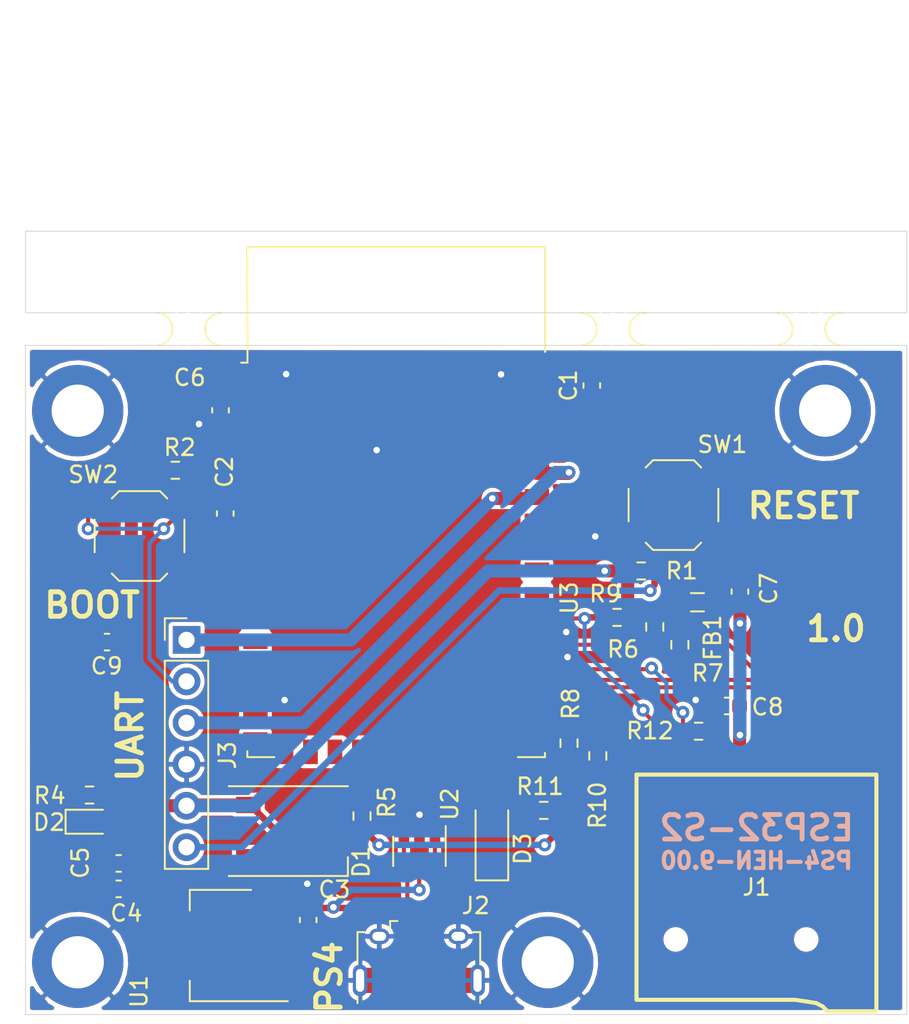
<source format=kicad_pcb>
(kicad_pcb (version 20171130) (host pcbnew "(5.1.10)-1")
  (layers (0 F.Cu signal) (31 B.Cu signal) (34 B.Paste user) (35 F.Paste user) (36 B.SilkS user) (37 F.SilkS user) (38 B.Mask user) (39 F.Mask user) (44 Edge.Cuts user))
  (net 0 "")
  (net 1 GND)
  (net 2 +3V3)
  (net 3 +5V)
  (net 4 /TXD)
  (net 5 /RXD)
  (net 6 /ESP_EN)
  (net 7 /BUT)
  (net 8 "Net-(D2-Pad1)")
  (net 9 /USB_ID_C)
  (net 10 /USB_ID)
  (net 11 /SD_DAT1)
  (net 12 /SD_DAT0)
  (net 13 /SD_CLK)
  (net 14 /SD_CMD)
  (net 15 /SD_DAT3)
  (net 16 /SD_DAT2)
  (net 17 /USB_D-)
  (net 18 /USB_D+)
  (net 19 /GPIO18)
  (net 20 /SD_CLK_R)
  (net 21 Vdrive)
  (module esp32-usb:GCT-MEM2055-00-190-01-A (layer F.Cu) (at 144.79 131.95 180)
    (fp_text reference J1 (at 0 -0.25 180) (layer F.SilkS))
    (fp_text value Micro_SD_Card_Det)
    (pad 8 smd rect (at 5.45 7.05 180) (size 0.7 1.6) (layers F.Cu F.Paste F.Mask) (net 11 /SD_DAT1))
    (pad 7 smd rect (at 4.35 7.05 180) (size 0.7 1.6) (layers F.Cu F.Paste F.Mask) (net 12 /SD_DAT0))
    (pad 6 smd rect (at 3.25 7.05 180) (size 0.7 1.6) (layers F.Cu F.Paste F.Mask) (net 1 GND))
    (pad 5 smd rect (at 2.15 7.05 180) (size 0.7 1.6) (layers F.Cu F.Paste F.Mask) (net 20 /SD_CLK_R))
    (pad 4 smd rect (at 1.05 7.05 180) (size 0.7 1.6) (layers F.Cu F.Paste F.Mask) (net 21 Vdrive))
    (pad 3 smd rect (at -0.05 7.05 180) (size 0.7 1.6) (layers F.Cu F.Paste F.Mask) (net 14 /SD_CMD))
    (pad 2 smd rect (at -1.15 7.05 180) (size 0.7 1.6) (layers F.Cu F.Paste F.Mask) (net 15 /SD_DAT3))
    (pad 1 smd rect (at -2.25 7.05 180) (size 0.7 1.6) (layers F.Cu F.Paste F.Mask) (net 16 /SD_DAT2))
    (pad 10 smd rect (at 7.75 6.45 180) (size 1.2 1.4) (layers F.Cu F.Paste F.Mask))
    (pad 11 smd rect (at -6.85 6.45 180) (size 1.6 1.4) (layers F.Cu F.Paste F.Mask) (net 1 GND))
    (pad 11 smd rect (at -7.75 -3.15) (size 1.2 2.2) (layers F.Cu F.Paste F.Mask) (net 1 GND))
    (pad 11 smd rect (at 7.75 -3.05) (size 1.2 2.2) (layers F.Cu F.Paste F.Mask) (net 1 GND))
    (pad 9 smd rect (at 6.55 7.05 180) (size 0.7 1.6) (layers F.Cu F.Paste F.Mask))
    (pad "" np_thru_hole circle (at 4.95 -3.45) (size 1 1) (drill 1) (layers *.Cu *.Mask F.SilkS))
    (pad "" np_thru_hole circle (at -3.05 -3.45) (size 1 1) (drill 1) (layers *.Cu *.Mask F.SilkS))
  )
  (module esp32-usb:ESP32-S2-WROVER (layer F.Cu) (at 122.71 109)
    (fp_text reference U3 (at 10.61244 5.47678 270) (layer F.SilkS))
    (fp_text value ESP32-S2-WROVER)
    (pad 1 smd rect (at -8.625 -8.345) (size 1.5 0.9) (layers F.Cu F.Paste F.Mask) (net 1 GND))
    (pad 15 smd rect (at -8.625 12.655 180) (size 1.5 0.9) (layers F.Cu F.Paste F.Mask))
    (pad 16 smd rect (at -8.625 14.155 180) (size 1.5 0.9) (layers F.Cu F.Paste F.Mask))
    (pad 17 smd rect (at -6.75 14.905) (size 0.9 1.5) (layers F.Cu F.Paste F.Mask))
    (pad 18 smd rect (at -5.25 14.905) (size 0.9 1.5) (layers F.Cu F.Paste F.Mask))
    (pad 19 smd rect (at -3.75 14.905) (size 0.9 1.5) (layers F.Cu F.Paste F.Mask))
    (pad 20 smd rect (at -2.25 14.905) (size 0.9 1.5) (layers F.Cu F.Paste F.Mask))
    (pad 21 smd rect (at -0.75 14.905) (size 0.9 1.5) (layers F.Cu F.Paste F.Mask) (net 19 /GPIO18))
    (pad 22 smd rect (at 0.75 14.905) (size 0.9 1.5) (layers F.Cu F.Paste F.Mask) (net 17 /USB_D-))
    (pad 23 smd rect (at 2.25 14.905) (size 0.9 1.5) (layers F.Cu F.Paste F.Mask) (net 18 /USB_D+))
    (pad 24 smd rect (at 3.75 14.905) (size 0.9 1.5) (layers F.Cu F.Paste F.Mask) (net 10 /USB_ID))
    (pad 2 smd rect (at -8.625 -6.845) (size 1.5 0.9) (layers F.Cu F.Paste F.Mask) (net 2 +3V3))
    (pad 3 smd rect (at -8.625 -5.345) (size 1.5 0.9) (layers F.Cu F.Paste F.Mask) (net 7 /BUT))
    (pad 4 smd rect (at -8.625 -3.845) (size 1.5 0.9) (layers F.Cu F.Paste F.Mask))
    (pad 5 smd rect (at -8.625 -2.345) (size 1.5 0.9) (layers F.Cu F.Paste F.Mask))
    (pad 6 smd rect (at -8.625 -0.845) (size 1.5 0.9) (layers F.Cu F.Paste F.Mask))
    (pad 7 smd rect (at -8.625 0.655) (size 1.5 0.9) (layers F.Cu F.Paste F.Mask))
    (pad 8 smd rect (at -8.625 2.155) (size 1.5 0.9) (layers F.Cu F.Paste F.Mask))
    (pad 9 smd rect (at -8.625 3.655) (size 1.5 0.9) (layers F.Cu F.Paste F.Mask))
    (pad 10 smd rect (at -8.625 5.155) (size 1.5 0.9) (layers F.Cu F.Paste F.Mask))
    (pad 11 smd rect (at -8.625 6.655) (size 1.5 0.9) (layers F.Cu F.Paste F.Mask))
    (pad 12 smd rect (at -8.625 8.155) (size 1.5 0.9) (layers F.Cu F.Paste F.Mask))
    (pad 13 smd rect (at -8.625 9.655) (size 1.5 0.9) (layers F.Cu F.Paste F.Mask))
    (pad 14 smd rect (at -8.625 11.155) (size 1.5 0.9) (layers F.Cu F.Paste F.Mask))
    (pad 38 smd rect (at 8.625 -2.245) (size 1.5 0.9) (layers F.Cu F.Paste F.Mask) (net 5 /RXD))
    (pad 37 smd rect (at 8.625 -0.745) (size 1.5 0.9) (layers F.Cu F.Paste F.Mask) (net 4 /TXD))
    (pad 36 smd rect (at 8.625 0.755) (size 1.5 0.9) (layers F.Cu F.Paste F.Mask))
    (pad 35 smd rect (at 8.625 2.255) (size 1.5 0.9) (layers F.Cu F.Paste F.Mask))
    (pad 34 smd rect (at 8.625 3.755) (size 1.5 0.9) (layers F.Cu F.Paste F.Mask))
    (pad 33 smd rect (at 8.625 5.255) (size 1.5 0.9) (layers F.Cu F.Paste F.Mask))
    (pad 32 smd rect (at 8.625 6.755) (size 1.5 0.9) (layers F.Cu F.Paste F.Mask) (net 12 /SD_DAT0))
    (pad 31 smd rect (at 8.625 8.255) (size 1.5 0.9) (layers F.Cu F.Paste F.Mask) (net 16 /SD_DAT2))
    (pad 30 smd rect (at 8.625 9.755) (size 1.5 0.9) (layers F.Cu F.Paste F.Mask) (net 13 /SD_CLK))
    (pad 29 smd rect (at 8.625 11.255) (size 1.5 0.9) (layers F.Cu F.Paste F.Mask) (net 15 /SD_DAT3))
    (pad 28 smd rect (at 8.625 12.755) (size 1.5 0.9) (layers F.Cu F.Paste F.Mask) (net 14 /SD_CMD))
    (pad 27 smd rect (at 8.625 14.255) (size 1.5 0.9) (layers F.Cu F.Paste F.Mask) (net 11 /SD_DAT1))
    (pad 26 smd rect (at 6.75 14.905) (size 0.9 1.5) (layers F.Cu F.Paste F.Mask) (net 1 GND))
    (pad 25 smd rect (at 5.25 14.905) (size 0.9 1.5) (layers F.Cu F.Paste F.Mask))
    (pad 39 smd rect (at 8.625 -3.745) (size 1.5 0.9) (layers F.Cu F.Paste F.Mask))
    (pad 40 smd rect (at 8.625 -5.345) (size 1.5 0.9) (layers F.Cu F.Paste F.Mask))
    (pad 41 smd rect (at 8.625 -6.845) (size 1.5 0.9) (layers F.Cu F.Paste F.Mask) (net 6 /ESP_EN))
    (pad 42 smd rect (at 8.625 -8.245) (size 1.5 0.9) (layers F.Cu F.Paste F.Mask) (net 1 GND))
    (pad 43 smd rect (at -1.19 -0.305) (size 4.1 4.1) (layers F.Cu F.Paste F.Mask) (net 1 GND))
  )
  (module esp32-usb:mouse-bite-2mm-slot (layer F.Cu) (at 148 98)
    (fp_text reference mouse-bite-2mm-slot hide)
    (fp_text value VAL** hide)
    (pad "" np_thru_hole circle (at 0.75 0.75) (size 0.5 0.5) (drill 0.5) (layers *.Cu *.Mask))
    (pad "" np_thru_hole circle (at -0.75 0.75) (size 0.5 0.5) (drill 0.5) (layers *.Cu *.Mask))
    (pad "" np_thru_hole circle (at -0.75 -0.75) (size 0.5 0.5) (drill 0.5) (layers *.Cu *.Mask))
    (pad "" np_thru_hole circle (at 0.75 -0.75) (size 0.5 0.5) (drill 0.5) (layers *.Cu *.Mask))
    (pad "" np_thru_hole circle (at 0 0.75) (size 0.5 0.5) (drill 0.5) (layers *.Cu *.Mask))
    (pad "" np_thru_hole circle (at 0 -0.75) (size 0.5 0.5) (drill 0.5) (layers *.Cu *.Mask))
  )
  (module esp32-usb:mouse-bite-2mm-slot (layer F.Cu) (at 136 98)
    (fp_text reference mouse-bite-2mm-slot hide)
    (fp_text value VAL** hide)
    (pad "" np_thru_hole circle (at 0.75 0.75) (size 0.5 0.5) (drill 0.5) (layers *.Cu *.Mask))
    (pad "" np_thru_hole circle (at -0.75 0.75) (size 0.5 0.5) (drill 0.5) (layers *.Cu *.Mask))
    (pad "" np_thru_hole circle (at -0.75 -0.75) (size 0.5 0.5) (drill 0.5) (layers *.Cu *.Mask))
    (pad "" np_thru_hole circle (at 0.75 -0.75) (size 0.5 0.5) (drill 0.5) (layers *.Cu *.Mask))
    (pad "" np_thru_hole circle (at 0 0.75) (size 0.5 0.5) (drill 0.5) (layers *.Cu *.Mask))
    (pad "" np_thru_hole circle (at 0 -0.75) (size 0.5 0.5) (drill 0.5) (layers *.Cu *.Mask))
  )
  (module esp32-usb:mouse-bite-2mm-slot (layer F.Cu) (at 110 98)
    (fp_text reference mouse-bite-2mm-slot hide)
    (fp_text value VAL** hide)
    (pad "" np_thru_hole circle (at 0.75 0.75) (size 0.5 0.5) (drill 0.5) (layers *.Cu *.Mask))
    (pad "" np_thru_hole circle (at -0.75 0.75) (size 0.5 0.5) (drill 0.5) (layers *.Cu *.Mask))
    (pad "" np_thru_hole circle (at -0.75 -0.75) (size 0.5 0.5) (drill 0.5) (layers *.Cu *.Mask))
    (pad "" np_thru_hole circle (at 0.75 -0.75) (size 0.5 0.5) (drill 0.5) (layers *.Cu *.Mask))
    (pad "" np_thru_hole circle (at 0 0.75) (size 0.5 0.5) (drill 0.5) (layers *.Cu *.Mask))
    (pad "" np_thru_hole circle (at 0 -0.75) (size 0.5 0.5) (drill 0.5) (layers *.Cu *.Mask))
  )
  (module Package_TO_SOT_SMD:SOT-223-3_TabPin2 (layer F.Cu) (at 111.9737 135.77396 180)
    (fp_text reference U1 (at 5.0165 -2.8194 90) (layer F.SilkS))
    (fp_text value AMS1117-3.3)
    (pad 2 smd rect (at 3.15 0 180) (size 2 3.8) (layers F.Cu F.Paste F.Mask) (net 2 +3V3))
    (pad 2 smd rect (at -3.15 0 180) (size 2 1.5) (layers F.Cu F.Paste F.Mask) (net 2 +3V3))
    (pad 3 smd rect (at -3.15 2.3 180) (size 2 1.5) (layers F.Cu F.Paste F.Mask) (net 3 +5V))
    (pad 1 smd rect (at -3.15 -2.3 180) (size 2 1.5) (layers F.Cu F.Paste F.Mask) (net 1 GND))
  )
  (module Diode_SMD:D_MiniMELF (layer F.Cu) (at 128.57768 129.23092 90)
    (fp_text reference D3 (at -0.61976 1.88722 90) (layer F.SilkS))
    (fp_text value LL4148)
    (pad 1 smd rect (at -1.75 0 90) (size 1.3 1.7) (layers F.Cu F.Paste F.Mask) (net 9 /USB_ID_C))
    (pad 2 smd rect (at 1.75 0 90) (size 1.3 1.7) (layers F.Cu F.Paste F.Mask) (net 10 /USB_ID))
  )
  (module R_0603_1608Metric (layer F.Cu) (at 137.72422 112.81998)
    (fp_text reference R1 (at 2.48158 -0.00254) (layer F.SilkS))
    (fp_text value 10k)
    (pad 1 smd roundrect (at -0.825 0) (size 0.8 0.95) (layers F.Cu F.Paste F.Mask) (net 2 +3V3))
    (pad 2 smd roundrect (at 0.825 0) (size 0.8 0.95) (layers F.Cu F.Paste F.Mask) (net 6 /ESP_EN))
  )
  (module R_0603_1608Metric (layer F.Cu) (at 109.1797 106.65032)
    (fp_text reference R2 (at 0.26416 -1.397 180) (layer F.SilkS))
    (fp_text value 10k)
    (pad 2 smd roundrect (at 0.825 0) (size 0.8 0.95) (layers F.Cu F.Paste F.Mask) (net 7 /BUT))
    (pad 1 smd roundrect (at -0.825 0) (size 0.8 0.95) (layers F.Cu F.Paste F.Mask) (net 2 +3V3))
  )
  (module R_0603_1608Metric (layer F.Cu) (at 103.9214 126.55122 180)
    (fp_text reference R4 (at 2.44298 -0.0381) (layer F.SilkS))
    (fp_text value 330R)
    (pad 2 smd roundrect (at 0.825 0 180) (size 0.8 0.95) (layers F.Cu F.Paste F.Mask) (net 8 "Net-(D2-Pad1)"))
    (pad 1 smd roundrect (at -0.825 0 180) (size 0.8 0.95) (layers F.Cu F.Paste F.Mask) (net 1 GND))
  )
  (module R_0603_1608Metric (layer F.Cu) (at 120.61732 127.839 90)
    (fp_text reference R5 (at 0.8509 1.51638 90) (layer F.SilkS))
    (fp_text value 10k)
    (pad 2 smd roundrect (at 0.825 0 90) (size 0.8 0.95) (layers F.Cu F.Paste F.Mask) (net 19 /GPIO18))
    (pad 1 smd roundrect (at -0.825 0 90) (size 0.8 0.95) (layers F.Cu F.Paste F.Mask) (net 2 +3V3))
  )
  (module R_0603_1608Metric (layer F.Cu) (at 138.55734 116.24898 90)
    (fp_text reference R6 (at -1.3716 -1.94056 180) (layer F.SilkS))
    (fp_text value 10k)
    (pad 2 smd roundrect (at 0.825 0 90) (size 0.8 0.95) (layers F.Cu F.Paste F.Mask) (net 2 +3V3))
    (pad 1 smd roundrect (at -0.825 0 90) (size 0.8 0.95) (layers F.Cu F.Paste F.Mask) (net 16 /SD_DAT2))
  )
  (module R_0603_1608Metric (layer F.Cu) (at 140.09658 117.34626 90)
    (fp_text reference R7 (at -1.74244 1.7018 180) (layer F.SilkS))
    (fp_text value 10k)
    (pad 1 smd roundrect (at -0.825 0 90) (size 0.8 0.95) (layers F.Cu F.Paste F.Mask) (net 15 /SD_DAT3))
    (pad 2 smd roundrect (at 0.825 0 90) (size 0.8 0.95) (layers F.Cu F.Paste F.Mask) (net 2 +3V3))
  )
  (module R_0603_1608Metric (layer F.Cu) (at 133.30208 123.37114 270)
    (fp_text reference R8 (at -2.40792 -0.10668 90) (layer F.SilkS))
    (fp_text value 10k)
    (pad 2 smd roundrect (at 0.825 0 270) (size 0.8 0.95) (layers F.Cu F.Paste F.Mask) (net 2 +3V3))
    (pad 1 smd roundrect (at -0.825 0 270) (size 0.8 0.95) (layers F.Cu F.Paste F.Mask) (net 14 /SD_CMD))
  )
  (module R_0603_1608Metric (layer F.Cu) (at 136.24848 115.66478)
    (fp_text reference R9 (at -0.7239 -1.43764) (layer F.SilkS))
    (fp_text value 10k)
    (pad 1 smd roundrect (at -0.825 0) (size 0.8 0.95) (layers F.Cu F.Paste F.Mask) (net 12 /SD_DAT0))
    (pad 2 smd roundrect (at 0.825 0) (size 0.8 0.95) (layers F.Cu F.Paste F.Mask) (net 2 +3V3))
  )
  (module R_0603_1608Metric (layer F.Cu) (at 135.06738 124.156 270)
    (fp_text reference R10 (at 3.02768 0.01778 90) (layer F.SilkS))
    (fp_text value 10k)
    (pad 1 smd roundrect (at -0.825 0 270) (size 0.8 0.95) (layers F.Cu F.Paste F.Mask) (net 11 /SD_DAT1))
    (pad 2 smd roundrect (at 0.825 0 270) (size 0.8 0.95) (layers F.Cu F.Paste F.Mask) (net 2 +3V3))
  )
  (module R_0603_1608Metric (layer F.Cu) (at 131.75522 127.49102 180)
    (fp_text reference R11 (at 0.2286 1.46304) (layer F.SilkS))
    (fp_text value 10k)
    (pad 1 smd roundrect (at -0.825 0 180) (size 0.8 0.95) (layers F.Cu F.Paste F.Mask) (net 2 +3V3))
    (pad 2 smd roundrect (at 0.825 0 180) (size 0.8 0.95) (layers F.Cu F.Paste F.Mask) (net 10 /USB_ID))
  )
  (module Capacitor_SMD:C_0603_1608Metric (layer F.Cu) (at 134.69908 101.45886 90)
    (fp_text reference C1 (at 0 -1.43 90) (layer F.SilkS))
    (fp_text value 100nF)
    (pad 1 smd roundrect (at -0.775 0 90) (size 0.9 0.95) (layers F.Cu F.Paste F.Mask) (net 6 /ESP_EN))
    (pad 2 smd roundrect (at 0.775 0 90) (size 0.9 0.95) (layers F.Cu F.Paste F.Mask) (net 1 GND))
  )
  (module Capacitor_SMD:C_0603_1608Metric (layer F.Cu) (at 112.23786 109.29954 270)
    (fp_text reference C2 (at -2.54762 0.04826 270) (layer F.SilkS))
    (fp_text value 100nF)
    (pad 1 smd roundrect (at -0.775 0 270) (size 0.9 0.95) (layers F.Cu F.Paste F.Mask) (net 7 /BUT))
    (pad 2 smd roundrect (at 0.775 0 270) (size 0.9 0.95) (layers F.Cu F.Paste F.Mask) (net 1 GND))
  )
  (module Capacitor_SMD:C_0603_1608Metric (layer F.Cu) (at 117.3204 134.20932 270)
    (fp_text reference C3 (at -1.8669 -1.60528 180) (layer F.SilkS))
    (fp_text value 100nF)
    (pad 2 smd roundrect (at 0.775 0 270) (size 0.9 0.95) (layers F.Cu F.Paste F.Mask) (net 1 GND))
    (pad 1 smd roundrect (at -0.775 0 270) (size 0.9 0.95) (layers F.Cu F.Paste F.Mask) (net 3 +5V))
  )
  (module Capacitor_SMD:C_0603_1608Metric (layer F.Cu) (at 105.70752 132.30178 180)
    (fp_text reference C4 (at -0.46736 -1.49098) (layer F.SilkS))
    (fp_text value 100nF)
    (pad 1 smd roundrect (at -0.775 0 180) (size 0.9 0.95) (layers F.Cu F.Paste F.Mask) (net 2 +3V3))
    (pad 2 smd roundrect (at 0.775 0 180) (size 0.9 0.95) (layers F.Cu F.Paste F.Mask) (net 1 GND))
  )
  (module Capacitor_SMD:C_0603_1608Metric (layer F.Cu) (at 105.70752 130.74222 180)
    (fp_text reference C5 (at 2.35204 0.03302 90) (layer F.SilkS))
    (fp_text value 10uF_10V)
    (pad 1 smd roundrect (at -0.775 0 180) (size 0.9 0.95) (layers F.Cu F.Paste F.Mask) (net 2 +3V3))
    (pad 2 smd roundrect (at 0.775 0 180) (size 0.9 0.95) (layers F.Cu F.Paste F.Mask) (net 1 GND))
  )
  (module Capacitor_SMD:C_0603_1608Metric (layer F.Cu) (at 111.9483 102.97748 90)
    (fp_text reference C6 (at 2.0066 -1.88722 180) (layer F.SilkS))
    (fp_text value 100nF)
    (pad 2 smd roundrect (at 0.775 0 90) (size 0.9 0.95) (layers F.Cu F.Paste F.Mask) (net 2 +3V3))
    (pad 1 smd roundrect (at -0.775 0 90) (size 0.9 0.95) (layers F.Cu F.Paste F.Mask) (net 1 GND))
  )
  (module Capacitor_SMD:C_0603_1608Metric (layer F.Cu) (at 143.77704 114.0846 90)
    (fp_text reference C7 (at 0.18004 1.7653 90) (layer F.SilkS))
    (fp_text value 10uF_10V)
    (pad 2 smd roundrect (at 0.775 0 90) (size 0.9 0.95) (layers F.Cu F.Paste F.Mask) (net 1 GND))
    (pad 1 smd roundrect (at -0.775 0 90) (size 0.9 0.95) (layers F.Cu F.Paste F.Mask) (net 21 Vdrive))
  )
  (module Capacitor_SMD:C_0603_1608Metric (layer F.Cu) (at 142.98202 121.09276 180)
    (fp_text reference C8 (at -2.48666 -0.06604) (layer F.SilkS))
    (fp_text value 100nF)
    (pad 2 smd roundrect (at 0.775 0 180) (size 0.9 0.95) (layers F.Cu F.Paste F.Mask) (net 1 GND))
    (pad 1 smd roundrect (at -0.775 0 180) (size 0.9 0.95) (layers F.Cu F.Paste F.Mask) (net 21 Vdrive))
  )
  (module LED_SMD:LED_0603_1608Metric (layer F.Cu) (at 103.93978 128.18698)
    (fp_text reference D2 (at -2.49946 0.0381) (layer F.SilkS))
    (fp_text value D_LED_0603_Red)
    (pad 1 smd roundrect (at -0.7875 0) (size 0.875 0.95) (layers F.Cu F.Paste F.Mask) (net 8 "Net-(D2-Pad1)"))
    (pad 2 smd roundrect (at 0.7875 0) (size 0.875 0.95) (layers F.Cu F.Paste F.Mask) (net 2 +3V3))
  )
  (module Connector_PinHeader_2.54mm:PinHeader_1x06_P2.54mm_Vertical (layer F.Cu) (at 109.8655 117.04908)
    (fp_text reference J3 (at 2.50698 7.06882 90) (layer F.SilkS))
    (fp_text value Conn_01x06)
    (pad 1 thru_hole rect (at 0 0) (size 1.7 1.7) (drill 1) (layers *.Cu *.Mask) (net 4 /TXD))
    (pad 2 thru_hole oval (at 0 2.54) (size 1.7 1.7) (drill 1) (layers *.Cu *.Mask) (net 7 /BUT))
    (pad 3 thru_hole oval (at 0 5.08) (size 1.7 1.7) (drill 1) (layers *.Cu *.Mask) (net 5 /RXD))
    (pad 4 thru_hole oval (at 0 7.62) (size 1.7 1.7) (drill 1) (layers *.Cu *.Mask) (net 1 GND))
    (pad 5 thru_hole oval (at 0 10.16) (size 1.7 1.7) (drill 1) (layers *.Cu *.Mask) (net 2 +3V3))
    (pad 6 thru_hole oval (at 0 12.7) (size 1.7 1.7) (drill 1) (layers *.Cu *.Mask) (net 6 /ESP_EN))
  )
  (module "esp32-usb:USB_Micro-Jing Extension" (layer F.Cu) (at 124.1 136.61)
    (fp_text reference J2 (at 3.48488 -3.27914) (layer F.SilkS))
    (fp_text value USB_B_Micro)
    (pad 1 smd rect (at -1.3 -1.4) (size 0.4 1.35) (layers F.Cu F.Paste F.Mask) (net 3 +5V))
    (pad 2 smd rect (at -0.65 -1.4) (size 0.4 1.35) (layers F.Cu F.Paste F.Mask) (net 17 /USB_D-))
    (pad 3 smd rect (at 0 -1.4) (size 0.4 1.35) (layers F.Cu F.Paste F.Mask) (net 18 /USB_D+))
    (pad 4 smd rect (at 0.65 -1.4) (size 0.4 1.35) (layers F.Cu F.Paste F.Mask) (net 9 /USB_ID_C))
    (pad 5 smd rect (at 1.3 -1.4) (size 0.4 1.35) (layers F.Cu F.Paste F.Mask) (net 1 GND))
    (pad 6 thru_hole oval (at -2.425 -1.4) (size 1.25 0.95) (drill oval 0.85 0.55) (layers *.Cu *.Mask) (net 1 GND))
    (pad 6 thru_hole oval (at 2.425 -1.4) (size 1.25 0.95) (drill oval 0.85 0.55) (layers *.Cu *.Mask) (net 1 GND))
    (pad 6 smd rect (at -1 1.3) (size 1.5 1.55) (layers F.Cu F.Paste F.Mask) (net 1 GND))
    (pad 6 smd rect (at 1 1.3) (size 1.5 1.55) (layers F.Cu F.Paste F.Mask) (net 1 GND))
    (pad 6 smd rect (at -2.9 1.3) (size 1.2 1.55) (layers F.Cu F.Paste F.Mask) (net 1 GND))
    (pad 6 smd rect (at 2.9 1.3) (size 1.2 1.55) (layers F.Cu F.Paste F.Mask) (net 1 GND))
    (pad 6 thru_hole oval (at -3.6 1.3) (size 0.89 1.95) (drill oval 0.5 1.4) (layers *.Cu *.Mask) (net 1 GND))
    (pad 6 thru_hole oval (at 3.6 1.3) (size 0.89 1.95) (drill oval 0.5 1.4) (layers *.Cu *.Mask) (net 1 GND))
  )
  (module R_0603_1608Metric (layer F.Cu) (at 141.24212 122.63962 180)
    (fp_text reference R12 (at 2.98196 0.02286) (layer F.SilkS))
    (fp_text value 22R)
    (pad 1 smd roundrect (at -0.825 0 180) (size 0.8 0.95) (layers F.Cu F.Paste F.Mask) (net 20 /SD_CLK_R))
    (pad 2 smd roundrect (at 0.825 0 180) (size 0.8 0.95) (layers F.Cu F.Paste F.Mask) (net 13 /SD_CLK))
  )
  (module Package_TO_SOT_SMD:SOT-23-6 (layer F.Cu) (at 124.13776 130.00308 270)
    (fp_text reference U2 (at -2.8956 -1.86436 90) (layer F.SilkS))
    (fp_text value SRV05-4)
    (pad 1 smd rect (at -1.1 -0.95 270) (size 1.06 0.65) (layers F.Cu F.Paste F.Mask) (net 18 /USB_D+))
    (pad 2 smd rect (at -1.1 0 270) (size 1.06 0.65) (layers F.Cu F.Paste F.Mask) (net 1 GND))
    (pad 3 smd rect (at -1.1 0.95 270) (size 1.06 0.65) (layers F.Cu F.Paste F.Mask) (net 17 /USB_D-))
    (pad 4 smd rect (at 1.1 0.95 270) (size 1.06 0.65) (layers F.Cu F.Paste F.Mask) (net 17 /USB_D-))
    (pad 6 smd rect (at 1.1 -0.95 270) (size 1.06 0.65) (layers F.Cu F.Paste F.Mask) (net 18 /USB_D+))
    (pad 5 smd rect (at 1.1 0 270) (size 1.06 0.65) (layers F.Cu F.Paste F.Mask) (net 3 +5V))
  )
  (module Button_Switch_SMD:SW_SPST_TL3342 (layer F.Cu) (at 139.70288 108.78392)
    (fp_text reference SW1 (at 2.9972 -3.71094) (layer F.SilkS))
    (fp_text value SW_Push)
    (pad 2 smd rect (at 3.15 1.9) (size 1.7 1) (layers F.Cu F.Paste F.Mask) (net 1 GND))
    (pad 2 smd rect (at -3.15 1.9) (size 1.7 1) (layers F.Cu F.Paste F.Mask) (net 1 GND))
    (pad 1 smd rect (at 3.15 -1.9) (size 1.7 1) (layers F.Cu F.Paste F.Mask) (net 6 /ESP_EN))
    (pad 1 smd rect (at -3.15 -1.9) (size 1.7 1) (layers F.Cu F.Paste F.Mask) (net 6 /ESP_EN))
  )
  (module Button_Switch_SMD:SW_SPST_TL3342 (layer F.Cu) (at 106.98514 110.67876)
    (fp_text reference SW2 (at -2.83972 -3.76428 180) (layer F.SilkS))
    (fp_text value SW_Push)
    (pad 1 smd rect (at -3.15 -1.9) (size 1.7 1) (layers F.Cu F.Paste F.Mask) (net 7 /BUT))
    (pad 1 smd rect (at 3.15 -1.9) (size 1.7 1) (layers F.Cu F.Paste F.Mask) (net 7 /BUT))
    (pad 2 smd rect (at -3.15 1.9) (size 1.7 1) (layers F.Cu F.Paste F.Mask) (net 1 GND))
    (pad 2 smd rect (at 3.15 1.9) (size 1.7 1) (layers F.Cu F.Paste F.Mask) (net 1 GND))
  )
  (module MountingHole:MountingHole_3.2mm_M3_DIN965_Pad (layer F.Cu) (at 103.2 136.8 90)
    (fp_text reference H1 hide)
    (fp_text value MountingHole_Pad_M3)
    (pad 1 thru_hole circle (at 0 0 90) (size 5.6 5.6) (drill 3.2) (layers *.Cu *.Mask) (net 1 GND))
  )
  (module MountingHole:MountingHole_3.2mm_M3_DIN965_Pad (layer F.Cu) (at 148.9976 103.00052 90)
    (fp_text reference H3 hide)
    (fp_text value MountingHole_Pad_M3)
    (pad 1 thru_hole circle (at 0 0 90) (size 5.6 5.6) (drill 3.2) (layers *.Cu *.Mask) (net 1 GND))
  )
  (module MountingHole:MountingHole_3.2mm_M3_DIN965_Pad (layer F.Cu) (at 103.1976 103.00052 90)
    (fp_text reference H4 hide)
    (fp_text value MountingHole_Pad_M3)
    (pad 1 thru_hole circle (at 0 0 90) (size 5.6 5.6) (drill 3.2) (layers *.Cu *.Mask) (net 1 GND))
  )
  (module MountingHole:MountingHole_3.2mm_M3_DIN965_Pad (layer F.Cu) (at 132 136.8)
    (fp_text reference H2 hide)
    (fp_text value MountingHole_Pad_M3)
    (pad 1 thru_hole circle (at 0 0) (size 5.6 5.6) (drill 3.2) (layers *.Cu *.Mask) (net 1 GND))
  )
  (module Inductor_SMD:L_0805_2012Metric (layer F.Cu) (at 141.17354 114.74022 180)
    (fp_text reference FB1 (at -0.92964 -2.17424 270) (layer F.SilkS))
    (fp_text value Ferrite_Bead_Small)
    (pad 1 smd roundrect (at -1.0625 0 180) (size 0.875 1.2) (layers F.Cu F.Paste F.Mask) (net 21 Vdrive))
    (pad 2 smd roundrect (at 1.0625 0 180) (size 0.875 1.2) (layers F.Cu F.Paste F.Mask) (net 2 +3V3))
  )
  (module LED_SMD:LED_WS2812B_PLCC4_5.0x5.0mm_P3.2mm (layer F.Cu) (at 116.10374 128.76102)
    (fp_text reference D1 (at 4.46532 1.88468 90) (layer F.SilkS))
    (fp_text value WS2812B)
    (pad 3 smd rect (at 2.45 1.6) (size 1.5 1) (layers F.Cu F.Paste F.Mask) (net 1 GND))
    (pad 4 smd rect (at 2.45 -1.6) (size 1.5 1) (layers F.Cu F.Paste F.Mask) (net 19 /GPIO18))
    (pad 2 smd rect (at -2.45 1.6) (size 1.5 1) (layers F.Cu F.Paste F.Mask))
    (pad 1 smd rect (at -2.45 -1.6) (size 1.5 1) (layers F.Cu F.Paste F.Mask) (net 2 +3V3))
  )
  (module Capacitor_SMD:C_0603_1608Metric (layer F.Cu) (at 104.99 117.18)
    (fp_text reference C9 (at -0.02 1.47) (layer F.SilkS))
    (fp_text value 100nF)
    (pad 1 smd roundrect (at -0.775 0) (size 0.9 0.95) (layers F.Cu F.Paste F.Mask) (net 1 GND))
    (pad 2 smd roundrect (at 0.775 0) (size 0.9 0.95) (layers F.Cu F.Paste F.Mask) (net 2 +3V3))
  )
  (gr_line (start 100 92) (end 100 97) (layer Edge.Cuts) (width 0.05))
  (gr_line (start 154 92) (end 100 92) (layer Edge.Cuts) (width 0.05))
  (gr_line (start 154 97) (end 154 92) (layer Edge.Cuts) (width 0.05))
  (gr_line (start 106 97) (end 154 97) (layer Edge.Cuts) (width 0.05))
  (gr_line (start 100 97) (end 106 97) (layer Edge.Cuts) (width 0.05))
  (gr_text 1.0 (at 149.6673 116.36074) (layer F.SilkS) (effects (font (size 1.5 1.5) (thickness 0.3))))
  (gr_text BOOT (at 104.07684 114.91802) (layer F.SilkS) (effects (font (size 1.5 1.5) (thickness 0.3))))
  (gr_text RESET (at 147.67848 108.82964) (layer F.SilkS) (effects (font (size 1.5 1.5) (thickness 0.3))))
  (gr_line (start 99.99506 99) (end 100 140) (layer Edge.Cuts) (width 0.05))
  (gr_line (start 154.00308 99) (end 99.99506 99) (layer Edge.Cuts) (width 0.05))
  (gr_line (start 154 140) (end 154.00308 99) (layer Edge.Cuts) (width 0.05))
  (gr_line (start 100 140) (end 154 140) (layer Edge.Cuts) (width 0.05))
  (gr_text "UART\n" (at 106.41364 122.94442 90) (layer F.SilkS) (effects (font (size 1.5 1.5) (thickness 0.3))))
  (gr_text "PS4 \n\n" (at 119.8096 137.14556 90) (layer F.SilkS) (effects (font (size 1.5 1.5) (thickness 0.3))))
  (gr_text PS4-HEN-9.00 (at 144.78288 130.57712) (layer B.SilkS) (effects (font (size 1 1) (thickness 0.25)) (justify mirror)))
  (gr_text ESP32-S2 (at 144.80066 128.56798) (layer B.SilkS) (effects (font (size 1.5 1.5) (thickness 0.3)) (justify mirror)))
  (via (at 141.06432 120.727) (size 0.8) (drill 0.4) (layers F.Cu B.Cu) (net 1))
  (via (at 124.14284 127.75518) (size 0.8) (drill 0.4) (layers F.Cu B.Cu) (net 1))
  (segment (start 124.13522 128.90054) (end 124.13776 128.90308) (width 0.25) (layer F.Cu) (net 1))
  (via (at 134.91244 110.70416) (size 0.8) (drill 0.4) (layers F.Cu B.Cu) (net 1))
  (via (at 121.51648 105.41334) (size 0.8) (drill 0.4) (layers F.Cu B.Cu) (net 1))
  (via (at 115.8726 120.73462) (size 0.8) (drill 0.4) (layers F.Cu B.Cu) (net 1))
  (via (at 129.13648 100.7753) (size 0.8) (drill 0.4) (layers F.Cu B.Cu) (net 1))
  (via (at 115.96912 100.76006) (size 0.8) (drill 0.4) (layers F.Cu B.Cu) (net 1))
  (via (at 110.63004 103.81822) (size 0.8) (drill 0.4) (layers F.Cu B.Cu) (net 1))
  (segment (start 110.69578 103.75248) (end 110.63004 103.81822) (width 0.8) (layer F.Cu) (net 1))
  (segment (start 111.9483 103.75248) (end 110.69578 103.75248) (width 0.8) (layer F.Cu) (net 1))
  (via (at 133.21064 118.09556) (size 0.8) (drill 0.4) (layers F.Cu B.Cu) (net 1))
  (via (at 133.13444 116.56394) (size 0.8) (drill 0.4) (layers F.Cu B.Cu) (net 1))
  (via (at 117.26452 131.98682) (size 0.8) (drill 0.4) (layers F.Cu B.Cu) (net 1))
  (segment (start 133.30208 126.76916) (end 132.58022 127.49102) (width 0.25) (layer F.Cu) (net 2))
  (segment (start 133.30208 124.19614) (end 133.30208 126.76916) (width 0.25) (layer F.Cu) (net 2))
  (segment (start 134.08694 124.981) (end 133.30208 124.19614) (width 0.25) (layer F.Cu) (net 2))
  (segment (start 135.06738 124.981) (end 134.08694 124.981) (width 0.25) (layer F.Cu) (net 2))
  (segment (start 115.1237 135.77396) (end 108.8237 135.77396) (width 0.8) (layer F.Cu) (net 2))
  (segment (start 110.00276 127.07182) (end 109.8655 127.20908) (width 0.8) (layer F.Cu) (net 2))
  (segment (start 106.48252 130.74222) (end 106.48252 132.30178) (width 0.8) (layer F.Cu) (net 2))
  (segment (start 108.8237 134.64296) (end 106.48252 132.30178) (width 0.8) (layer F.Cu) (net 2))
  (segment (start 108.8237 135.77396) (end 108.8237 134.64296) (width 0.8) (layer F.Cu) (net 2))
  (segment (start 140.09658 116.52126) (end 140.09658 114.75468) (width 0.4) (layer F.Cu) (net 2))
  (segment (start 109.8655 127.20908) (end 109.8655 126.815082) (width 0.8) (layer F.Cu) (net 2))
  (segment (start 120.61732 128.664) (end 120.64984 128.664) (width 0.4) (layer F.Cu) (net 2))
  (via (at 121.65872 129.60684) (size 0.8) (drill 0.4) (layers F.Cu B.Cu) (net 2))
  (segment (start 121.59268 129.60684) (end 121.65872 129.60684) (width 0.4) (layer F.Cu) (net 2))
  (segment (start 121.65872 129.60684) (end 131.8111 129.60684) (width 0.4) (layer B.Cu) (net 2))
  (via (at 131.8111 129.60684) (size 0.8) (drill 0.4) (layers F.Cu B.Cu) (net 2))
  (segment (start 131.8111 129.60684) (end 132.65946 128.75848) (width 0.4) (layer F.Cu) (net 2))
  (segment (start 132.65946 127.57026) (end 132.58022 127.49102) (width 0.4) (layer F.Cu) (net 2))
  (segment (start 132.65946 128.75848) (end 132.65946 127.57026) (width 0.4) (layer F.Cu) (net 2))
  (segment (start 136.89922 112.81998) (end 135.48902 112.81998) (width 0.8) (layer F.Cu) (net 2))
  (via (at 135.48902 112.81998) (size 0.8) (drill 0.4) (layers F.Cu B.Cu) (net 2))
  (segment (start 135.48902 112.81998) (end 128.344 112.81998) (width 0.8) (layer B.Cu) (net 2))
  (segment (start 113.9549 127.20908) (end 109.8655 127.20908) (width 0.8) (layer B.Cu) (net 2))
  (segment (start 128.344 112.81998) (end 113.9549 127.20908) (width 0.8) (layer B.Cu) (net 2))
  (segment (start 136.89922 115.49052) (end 137.07348 115.66478) (width 0.8) (layer F.Cu) (net 2))
  (segment (start 136.89922 112.81998) (end 136.89922 115.49052) (width 0.8) (layer F.Cu) (net 2))
  (segment (start 138.31654 115.66478) (end 138.55734 115.42398) (width 0.8) (layer F.Cu) (net 2))
  (segment (start 137.07348 115.66478) (end 138.31654 115.66478) (width 0.8) (layer F.Cu) (net 2))
  (segment (start 139.2411 114.74022) (end 138.55734 115.42398) (width 0.8) (layer F.Cu) (net 2))
  (segment (start 140.11104 114.74022) (end 139.2411 114.74022) (width 0.8) (layer F.Cu) (net 2))
  (segment (start 111.8842 102.26658) (end 111.9483 102.20248) (width 0.8) (layer F.Cu) (net 2))
  (segment (start 114.04504 102.20248) (end 114.08528 102.24272) (width 0.8) (layer F.Cu) (net 2))
  (segment (start 111.9483 102.20248) (end 114.04504 102.20248) (width 0.8) (layer F.Cu) (net 2))
  (segment (start 106.48252 126.680954) (end 106.49238 126.671094) (width 0.8) (layer F.Cu) (net 2))
  (segment (start 110.10964 102.20248) (end 111.9483 102.20248) (width 0.8) (layer F.Cu) (net 2))
  (segment (start 106.48252 105.8296) (end 110.10964 102.20248) (width 0.8) (layer F.Cu) (net 2))
  (segment (start 106.64538 106.65032) (end 106.48252 106.48746) (width 0.4) (layer F.Cu) (net 2))
  (segment (start 108.3547 106.65032) (end 106.64538 106.65032) (width 0.4) (layer F.Cu) (net 2))
  (segment (start 106.48252 106.48746) (end 106.48252 105.8296) (width 0.8) (layer F.Cu) (net 2))
  (segment (start 106.29426 128.18698) (end 106.48252 128.37524) (width 0.4) (layer F.Cu) (net 2))
  (segment (start 104.72728 128.18698) (end 106.29426 128.18698) (width 0.4) (layer F.Cu) (net 2))
  (segment (start 106.48252 130.74222) (end 106.48252 128.37524) (width 0.8) (layer F.Cu) (net 2))
  (segment (start 106.56858 127.20908) (end 106.48252 127.12302) (width 0.8) (layer F.Cu) (net 2))
  (segment (start 109.8655 127.20908) (end 106.56858 127.20908) (width 0.8) (layer F.Cu) (net 2))
  (segment (start 106.48252 127.12302) (end 106.48252 126.680954) (width 0.8) (layer F.Cu) (net 2))
  (segment (start 106.48252 128.37524) (end 106.48252 127.12302) (width 0.8) (layer F.Cu) (net 2))
  (segment (start 109.91356 127.16102) (end 109.8655 127.20908) (width 0.8) (layer F.Cu) (net 2))
  (segment (start 113.65374 127.16102) (end 109.91356 127.16102) (width 0.8) (layer F.Cu) (net 2))
  (segment (start 106.45 117.08) (end 106.48252 117.04748) (width 0.25) (layer F.Cu) (net 2))
  (segment (start 106.48252 117.04748) (end 106.48252 106.48746) (width 0.8) (layer F.Cu) (net 2))
  (segment (start 106.48252 126.680954) (end 106.48252 117.04748) (width 0.8) (layer F.Cu) (net 2))
  (segment (start 106.35 117.18) (end 106.48252 117.04748) (width 0.25) (layer F.Cu) (net 2))
  (segment (start 105.765 117.18) (end 106.35 117.18) (width 0.25) (layer F.Cu) (net 2))
  (segment (start 113.65374 127.16102) (end 113.76102 127.16102) (width 0.4) (layer F.Cu) (net 2))
  (segment (start 115.264 128.664) (end 120.61732 128.664) (width 0.4) (layer F.Cu) (net 2))
  (segment (start 113.76102 127.16102) (end 115.264 128.664) (width 0.4) (layer F.Cu) (net 2))
  (segment (start 120.71588 128.664) (end 121.65872 129.60684) (width 0.4) (layer F.Cu) (net 2))
  (segment (start 120.61732 128.664) (end 120.71588 128.664) (width 0.4) (layer F.Cu) (net 2))
  (via (at 118.86472 133.43208) (size 0.8) (drill 0.4) (layers F.Cu B.Cu) (net 3))
  (segment (start 115.13262 133.48288) (end 115.1237 133.47396) (width 0.25) (layer F.Cu) (net 3))
  (segment (start 116.9775 133.48288) (end 115.13262 133.48288) (width 0.25) (layer F.Cu) (net 3))
  (via (at 124.12252 132.36274) (size 0.8) (drill 0.4) (layers F.Cu B.Cu) (net 3))
  (segment (start 124.12252 131.11832) (end 124.13776 131.10308) (width 0.25) (layer F.Cu) (net 3))
  (segment (start 124.12252 132.36274) (end 124.12252 131.11832) (width 0.25) (layer F.Cu) (net 3))
  (segment (start 115.15916 133.4385) (end 115.1237 133.47396) (width 0.25) (layer F.Cu) (net 3))
  (segment (start 118.22718 133.47018) (end 118.23096 133.47396) (width 0.25) (layer F.Cu) (net 3))
  (segment (start 118.23096 133.47396) (end 115.1237 133.47396) (width 0.4) (layer F.Cu) (net 3))
  (segment (start 122.85554 133.68504) (end 122.85554 134.76004) (width 0.4) (layer F.Cu) (net 3))
  (segment (start 122.64446 133.47396) (end 122.85554 133.68504) (width 0.4) (layer F.Cu) (net 3))
  (segment (start 118.23096 133.47396) (end 122.64446 133.47396) (width 0.4) (layer F.Cu) (net 3))
  (segment (start 119.93406 132.36274) (end 118.86472 133.43208) (width 0.4) (layer B.Cu) (net 3))
  (segment (start 124.12252 132.36274) (end 119.93406 132.36274) (width 0.4) (layer B.Cu) (net 3))
  (segment (start 131.39548 108.40292) (end 131.33528 108.34272) (width 0.25) (layer F.Cu) (net 4))
  (segment (start 109.8655 117.04908) (end 119.93152 117.04908) (width 0.8) (layer B.Cu) (net 4))
  (via (at 128.60308 108.37752) (size 0.8) (drill 0.4) (layers F.Cu B.Cu) (net 4))
  (segment (start 119.93152 117.04908) (end 128.60308 108.37752) (width 0.8) (layer B.Cu) (net 4))
  (segment (start 131.30048 108.37752) (end 131.33528 108.34272) (width 0.8) (layer F.Cu) (net 4))
  (segment (start 128.60308 108.37752) (end 131.30048 108.37752) (width 0.8) (layer F.Cu) (net 4))
  (segment (start 109.8655 122.12908) (end 117.05624 122.12908) (width 0.8) (layer B.Cu) (net 5))
  (segment (start 117.05624 122.12908) (end 129.70798 109.47734) (width 0.8) (layer B.Cu) (net 5))
  (segment (start 129.70798 109.47734) (end 129.79434 109.47734) (width 0.8) (layer B.Cu) (net 5))
  (segment (start 129.79434 109.47734) (end 132.48928 106.7824) (width 0.8) (layer B.Cu) (net 5))
  (segment (start 132.48928 106.7824) (end 133.29954 106.7824) (width 0.8) (layer B.Cu) (net 5))
  (via (at 133.29954 106.7824) (size 0.8) (drill 0.4) (layers F.Cu B.Cu) (net 5))
  (segment (start 133.23922 106.84272) (end 133.29954 106.7824) (width 0.8) (layer F.Cu) (net 5))
  (segment (start 131.33528 106.84272) (end 133.23922 106.84272) (width 0.8) (layer F.Cu) (net 5))
  (segment (start 131.33528 102.24272) (end 134.58378 102.24272) (width 0.8) (layer F.Cu) (net 6))
  (segment (start 134.69908 105.03012) (end 136.55288 106.88392) (width 0.8) (layer F.Cu) (net 6))
  (segment (start 134.69908 102.23386) (end 134.69908 105.03012) (width 0.8) (layer F.Cu) (net 6))
  (segment (start 138.54922 106.95192) (end 138.48122 106.88392) (width 0.4) (layer F.Cu) (net 6))
  (segment (start 138.54922 112.81998) (end 138.54922 106.95192) (width 0.4) (layer F.Cu) (net 6))
  (segment (start 138.48122 106.88392) (end 136.55288 106.88392) (width 0.8) (layer F.Cu) (net 6))
  (segment (start 142.85288 106.88392) (end 138.48122 106.88392) (width 0.8) (layer F.Cu) (net 6))
  (segment (start 113.26148 129.74908) (end 109.8655 129.74908) (width 0.4) (layer B.Cu) (net 6))
  (segment (start 129.03234 114.01378) (end 113.26148 129.74908) (width 0.4) (layer B.Cu) (net 6))
  (segment (start 138.2754 114.02648) (end 137.78772 114.0341) (width 0.4) (layer B.Cu) (net 6))
  (segment (start 137.78772 114.0341) (end 129.03234 114.01378) (width 0.4) (layer B.Cu) (net 6))
  (via (at 138.2754 114.02648) (size 0.8) (drill 0.4) (layers F.Cu B.Cu) (net 6))
  (segment (start 138.54718 113.65818) (end 138.54922 112.81998) (width 0.4) (layer F.Cu) (net 6))
  (segment (start 138.2754 114.02648) (end 138.54718 113.65818) (width 0.4) (layer F.Cu) (net 6))
  (segment (start 110.14236 108.77154) (end 110.13514 108.77876) (width 0.4) (layer F.Cu) (net 7))
  (segment (start 110.13982 108.77408) (end 110.13514 108.77876) (width 0.4) (layer F.Cu) (net 7))
  (segment (start 110.25188 108.66202) (end 110.13514 108.77876) (width 0.4) (layer F.Cu) (net 7))
  (segment (start 110.38936 108.52454) (end 110.13514 108.77876) (width 0.4) (layer F.Cu) (net 7))
  (segment (start 112.23786 108.52454) (end 110.38936 108.52454) (width 0.4) (layer F.Cu) (net 7))
  (segment (start 110.0047 108.64832) (end 110.13514 108.77876) (width 0.4) (layer F.Cu) (net 7))
  (segment (start 110.0047 106.65032) (end 110.0047 108.64832) (width 0.4) (layer F.Cu) (net 7))
  (segment (start 110.87768 106.65032) (end 110.0047 106.65032) (width 0.25) (layer F.Cu) (net 7))
  (segment (start 113.78528 103.74272) (end 110.87768 106.65032) (width 0.25) (layer F.Cu) (net 7))
  (segment (start 114.08528 103.74272) (end 113.78528 103.74272) (width 0.25) (layer F.Cu) (net 7))
  (segment (start 103.83514 108.77876) (end 103.83514 110.23514) (width 0.25) (layer F.Cu) (net 7))
  (via (at 103.83514 110.23514) (size 0.8) (drill 0.4) (layers F.Cu B.Cu) (net 7))
  (segment (start 103.83514 110.23514) (end 108.46486 110.23514) (width 0.25) (layer B.Cu) (net 7))
  (via (at 108.46486 110.23514) (size 0.8) (drill 0.4) (layers F.Cu B.Cu) (net 7))
  (segment (start 107.6 111.1) (end 108.46486 110.23514) (width 0.25) (layer B.Cu) (net 7))
  (segment (start 107.6 118.2) (end 107.6 111.1) (width 0.25) (layer B.Cu) (net 7))
  (segment (start 108.98908 119.58908) (end 107.6 118.2) (width 0.25) (layer B.Cu) (net 7))
  (segment (start 109.8655 119.58908) (end 108.98908 119.58908) (width 0.25) (layer B.Cu) (net 7))
  (segment (start 109.92124 108.77876) (end 110.13514 108.77876) (width 0.25) (layer F.Cu) (net 7))
  (segment (start 108.46486 110.23514) (end 109.92124 108.77876) (width 0.25) (layer F.Cu) (net 7))
  (segment (start 103.0964 128.1311) (end 103.15228 128.18698) (width 0.4) (layer F.Cu) (net 8))
  (segment (start 103.0964 126.55122) (end 103.0964 128.1311) (width 0.4) (layer F.Cu) (net 8))
  (segment (start 128.57768 130.98092) (end 127.69015 130.98092) (width 0.25) (layer F.Cu) (net 9))
  (segment (start 124.80554 133.86553) (end 124.80554 134.76004) (width 0.25) (layer F.Cu) (net 9))
  (segment (start 127.69015 130.98092) (end 124.80554 133.86553) (width 0.25) (layer F.Cu) (net 9))
  (segment (start 126.46028 125.36352) (end 128.57768 127.48092) (width 0.25) (layer F.Cu) (net 10))
  (segment (start 126.46028 123.99272) (end 126.46028 125.36352) (width 0.25) (layer F.Cu) (net 10))
  (segment (start 128.58778 127.49102) (end 128.57768 127.48092) (width 0.25) (layer F.Cu) (net 10))
  (segment (start 130.93022 127.49102) (end 128.58778 127.49102) (width 0.25) (layer F.Cu) (net 10))
  (segment (start 138.56386 123.34272) (end 131.33528 123.34272) (width 0.25) (layer F.Cu) (net 11))
  (segment (start 139.30748 124.08634) (end 138.56386 123.34272) (width 0.25) (layer F.Cu) (net 11))
  (segment (start 139.30748 125.13634) (end 139.30748 124.08634) (width 0.25) (layer F.Cu) (net 11))
  (via (at 134.25966 115.73336) (size 0.8) (drill 0.4) (layers F.Cu B.Cu) (net 12))
  (segment (start 131.44464 115.73336) (end 131.33528 115.84272) (width 0.25) (layer F.Cu) (net 12))
  (segment (start 134.25966 115.73336) (end 131.44464 115.73336) (width 0.25) (layer F.Cu) (net 12))
  (segment (start 134.34856 115.73336) (end 134.25966 115.73336) (width 0.25) (layer B.Cu) (net 12))
  (segment (start 134.25966 115.73336) (end 134.25966 117.76536) (width 0.25) (layer B.Cu) (net 12))
  (via (at 137.8436 121.3493) (size 0.8) (drill 0.4) (layers F.Cu B.Cu) (net 12))
  (segment (start 134.25966 117.76536) (end 137.8436 121.3493) (width 0.25) (layer B.Cu) (net 12))
  (segment (start 134.32824 115.66478) (end 134.25966 115.73336) (width 0.4) (layer F.Cu) (net 12))
  (segment (start 135.42348 115.66478) (end 134.32824 115.66478) (width 0.4) (layer F.Cu) (net 12))
  (segment (start 137.8436 121.4236) (end 137.8436 121.3493) (width 0.25) (layer F.Cu) (net 12))
  (segment (start 140.41 123.99) (end 137.8436 121.4236) (width 0.25) (layer F.Cu) (net 12))
  (segment (start 140.41 125.04) (end 140.41 123.99) (width 0.25) (layer F.Cu) (net 12))
  (segment (start 140.3841 122.6066) (end 140.41712 122.63962) (width 0.25) (layer F.Cu) (net 13))
  (via (at 138.36176 118.77475) (size 0.8) (drill 0.4) (layers F.Cu B.Cu) (net 13))
  (segment (start 138.29379 118.84272) (end 138.36176 118.77475) (width 0.25) (layer F.Cu) (net 13))
  (segment (start 131.33528 118.84272) (end 138.29379 118.84272) (width 0.25) (layer F.Cu) (net 13))
  (segment (start 140.27946 121.489) (end 140.29216 122.51466) (width 0.25) (layer F.Cu) (net 13))
  (segment (start 139.27616 119.68915) (end 138.36176 118.77475) (width 0.25) (layer B.Cu) (net 13))
  (segment (start 139.27616 120.61016) (end 139.27616 119.68915) (width 0.25) (layer B.Cu) (net 13))
  (segment (start 140.29216 121.62616) (end 139.27616 120.61016) (width 0.25) (layer B.Cu) (net 13))
  (segment (start 140.27946 121.489) (end 140.29216 121.62616) (width 0.25) (layer B.Cu) (net 13))
  (segment (start 140.29216 122.51466) (end 140.41712 122.63962) (width 0.25) (layer F.Cu) (net 13))
  (via (at 140.27946 121.489) (size 0.8) (drill 0.4) (layers F.Cu B.Cu) (net 13))
  (segment (start 144.80748 125.13634) (end 144.80748 120.30964) (width 0.25) (layer F.Cu) (net 14))
  (segment (start 144.80748 120.30964) (end 144.4476 119.94976) (width 0.25) (layer F.Cu) (net 14))
  (segment (start 131.85503 121.84272) (end 131.33528 121.84272) (width 0.25) (layer F.Cu) (net 14))
  (segment (start 133.74799 119.94976) (end 131.85503 121.84272) (width 0.25) (layer F.Cu) (net 14))
  (segment (start 144.4476 119.94976) (end 133.74799 119.94976) (width 0.25) (layer F.Cu) (net 14))
  (segment (start 132.59866 121.84272) (end 133.30208 122.54614) (width 0.25) (layer F.Cu) (net 14))
  (segment (start 131.33528 121.84272) (end 132.59866 121.84272) (width 0.25) (layer F.Cu) (net 14))
  (segment (start 145.90748 120.77323) (end 145.90748 125.13634) (width 0.25) (layer F.Cu) (net 15))
  (segment (start 144.634001 119.499751) (end 145.90748 120.77323) (width 0.25) (layer F.Cu) (net 15))
  (segment (start 132.71862 120.34272) (end 133.56159 119.49975) (width 0.25) (layer F.Cu) (net 15))
  (segment (start 131.33528 120.34272) (end 132.71862 120.34272) (width 0.25) (layer F.Cu) (net 15))
  (segment (start 140.09658 119.43668) (end 140.03351 119.49975) (width 0.25) (layer F.Cu) (net 15))
  (segment (start 140.09658 118.17126) (end 140.09658 119.43668) (width 0.25) (layer F.Cu) (net 15))
  (segment (start 140.03351 119.49975) (end 144.634001 119.499751) (width 0.25) (layer F.Cu) (net 15))
  (segment (start 133.56159 119.49975) (end 140.03351 119.49975) (width 0.25) (layer F.Cu) (net 15))
  (segment (start 131.33528 117.34272) (end 131.63528 117.34272) (width 0.25) (layer F.Cu) (net 16))
  (segment (start 147.00748 121.23682) (end 143.11338 117.34272) (width 0.25) (layer F.Cu) (net 16))
  (segment (start 147.00748 125.13634) (end 147.00748 121.23682) (width 0.25) (layer F.Cu) (net 16))
  (segment (start 138.55734 117.18116) (end 138.39578 117.34272) (width 0.25) (layer F.Cu) (net 16))
  (segment (start 138.55734 117.07398) (end 138.55734 117.18116) (width 0.25) (layer F.Cu) (net 16))
  (segment (start 138.39578 117.34272) (end 131.33528 117.34272) (width 0.25) (layer F.Cu) (net 16))
  (segment (start 143.11338 117.34272) (end 138.39578 117.34272) (width 0.25) (layer F.Cu) (net 16))
  (segment (start 123.18776 128.90308) (end 123.18776 131.10308) (width 0.25) (layer F.Cu) (net 17))
  (segment (start 123.034299 128.749619) (end 123.18776 128.90308) (width 0.25) (layer F.Cu) (net 17))
  (segment (start 123.18776 124.26524) (end 123.18776 128.90308) (width 0.25) (layer F.Cu) (net 17))
  (segment (start 123.46028 123.99272) (end 123.18776 124.26524) (width 0.25) (layer F.Cu) (net 17))
  (segment (start 123.397519 134.652019) (end 123.397519 131.312839) (width 0.25) (layer F.Cu) (net 17))
  (segment (start 123.397519 131.312839) (end 123.18776 131.10308) (width 0.25) (layer F.Cu) (net 17))
  (segment (start 123.50554 134.76004) (end 123.397519 134.652019) (width 0.25) (layer F.Cu) (net 17))
  (segment (start 125.08776 128.90308) (end 125.08776 131.10308) (width 0.25) (layer F.Cu) (net 18))
  (segment (start 125.08776 131.10308) (end 125.08776 132.9469) (width 0.25) (layer F.Cu) (net 18))
  (segment (start 124.16824 133.86642) (end 124.16824 135.0877) (width 0.25) (layer F.Cu) (net 18))
  (segment (start 125.08776 132.9469) (end 124.16824 133.86642) (width 0.25) (layer F.Cu) (net 18))
  (segment (start 124.96028 128.7756) (end 125.08776 128.90308) (width 0.25) (layer F.Cu) (net 18))
  (segment (start 124.96028 123.99272) (end 124.96028 128.7756) (width 0.25) (layer F.Cu) (net 18))
  (segment (start 120.4703 127.16102) (end 120.61732 127.014) (width 0.4) (layer F.Cu) (net 19))
  (segment (start 118.55374 127.16102) (end 120.4703 127.16102) (width 0.4) (layer F.Cu) (net 19))
  (segment (start 121.96028 125.67104) (end 120.61732 127.014) (width 0.4) (layer F.Cu) (net 19))
  (segment (start 121.96028 123.99272) (end 121.96028 125.67104) (width 0.4) (layer F.Cu) (net 19))
  (segment (start 142.06712 122.63962) (end 142.06712 123.4062) (width 0.25) (layer F.Cu) (net 20))
  (segment (start 142.60748 123.94656) (end 142.60748 125.13634) (width 0.25) (layer F.Cu) (net 20))
  (segment (start 142.06712 123.4062) (end 142.60748 123.94656) (width 0.25) (layer F.Cu) (net 20))
  (segment (start 143.75702 121.09276) (end 143.75702 125.0868) (width 0.8) (layer F.Cu) (net 21))
  (segment (start 143.77704 114.8596) (end 143.77704 116.03308) (width 0.8) (layer F.Cu) (net 21))
  (via (at 143.77704 116.03308) (size 0.8) (drill 0.4) (layers F.Cu B.Cu) (net 21))
  (segment (start 143.77704 116.03308) (end 143.77704 122.8733) (width 0.8) (layer B.Cu) (net 21))
  (via (at 143.77704 122.8733) (size 0.8) (drill 0.4) (layers F.Cu B.Cu) (net 21))
  (segment (start 142.35542 114.8596) (end 142.23604 114.74022) (width 0.8) (layer F.Cu) (net 21))
  (segment (start 143.77704 114.8596) (end 142.35542 114.8596) (width 0.8) (layer F.Cu) (net 21))
  (zone (net 1) (net_name GND) (layer F.Cu) (connect_pads (clearance 0.254)) (min_thickness 0.254) (fill yes (arc_segments 32) (thermal_gap 0.28) (thermal_bridge_width 0.28))
    (polygon (pts (xy 154.14 140.07) (xy 99.39308 140.26214) (xy 99.99 99.26) (xy 154.01 99.35)))
  )
  (zone (net 1) (net_name GND) (layer B.Cu) (connect_pads (clearance 0.254)) (min_thickness 0.254) (fill yes (arc_segments 32) (thermal_gap 0.28) (thermal_bridge_width 0.28))
    (polygon (pts (xy 154.01 99.33) (xy 154.14786 140.09704) (xy 99.91 140.09) (xy 99.99 99.28)))
  )
)
</source>
